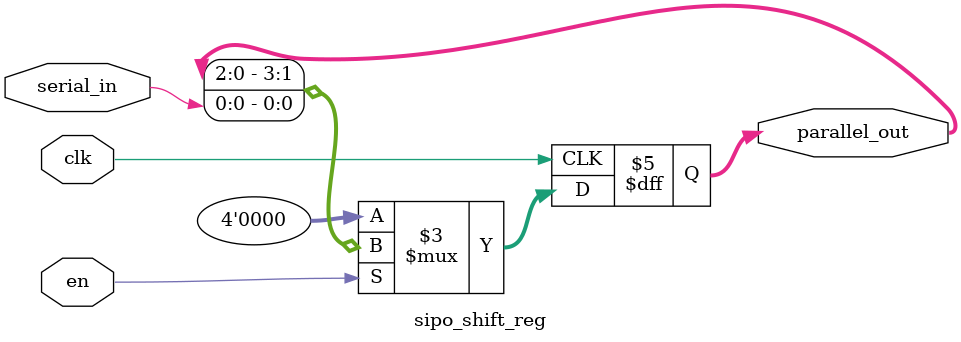
<source format=v>
`timescale 1ns/1ps
module sipo_shift_reg #(parameter N = 4)(
    input serial_in,
    input clk,
    input en,
    output reg [N-1:0] parallel_out);

    always@(posedge clk) 
        begin
            if(en)
                begin
                    parallel_out <= {parallel_out[N-2:0],serial_in};
                end
            else
                parallel_out  <= 'b0000;
       end
     endmodule
</source>
